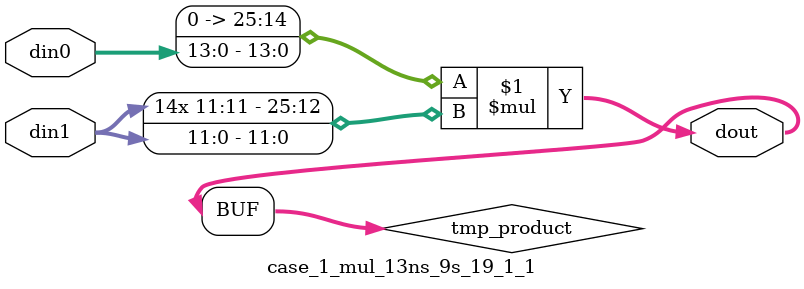
<source format=v>

`timescale 1 ns / 1 ps

 (* use_dsp = "no" *)  module case_1_mul_13ns_9s_19_1_1(din0, din1, dout);
parameter ID = 1;
parameter NUM_STAGE = 0;
parameter din0_WIDTH = 14;
parameter din1_WIDTH = 12;
parameter dout_WIDTH = 26;

input [din0_WIDTH - 1 : 0] din0; 
input [din1_WIDTH - 1 : 0] din1; 
output [dout_WIDTH - 1 : 0] dout;

wire signed [dout_WIDTH - 1 : 0] tmp_product;

























assign tmp_product = $signed({1'b0, din0}) * $signed(din1);










assign dout = tmp_product;





















endmodule

</source>
